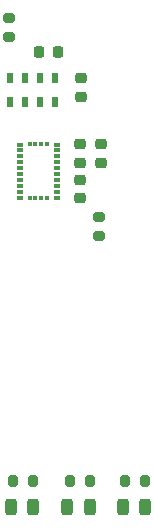
<source format=gbr>
%TF.GenerationSoftware,KiCad,Pcbnew,9.0.0*%
%TF.CreationDate,2026-01-12T14:03:56-05:00*%
%TF.ProjectId,nick_egorov_flight_computer,6e69636b-5f65-4676-9f72-6f765f666c69,rev?*%
%TF.SameCoordinates,Original*%
%TF.FileFunction,Paste,Top*%
%TF.FilePolarity,Positive*%
%FSLAX46Y46*%
G04 Gerber Fmt 4.6, Leading zero omitted, Abs format (unit mm)*
G04 Created by KiCad (PCBNEW 9.0.0) date 2026-01-12 14:03:56*
%MOMM*%
%LPD*%
G01*
G04 APERTURE LIST*
G04 Aperture macros list*
%AMRoundRect*
0 Rectangle with rounded corners*
0 $1 Rounding radius*
0 $2 $3 $4 $5 $6 $7 $8 $9 X,Y pos of 4 corners*
0 Add a 4 corners polygon primitive as box body*
4,1,4,$2,$3,$4,$5,$6,$7,$8,$9,$2,$3,0*
0 Add four circle primitives for the rounded corners*
1,1,$1+$1,$2,$3*
1,1,$1+$1,$4,$5*
1,1,$1+$1,$6,$7*
1,1,$1+$1,$8,$9*
0 Add four rect primitives between the rounded corners*
20,1,$1+$1,$2,$3,$4,$5,0*
20,1,$1+$1,$4,$5,$6,$7,0*
20,1,$1+$1,$6,$7,$8,$9,0*
20,1,$1+$1,$8,$9,$2,$3,0*%
G04 Aperture macros list end*
%ADD10RoundRect,0.225000X0.250000X-0.225000X0.250000X0.225000X-0.250000X0.225000X-0.250000X-0.225000X0*%
%ADD11RoundRect,0.200000X-0.200000X-0.275000X0.200000X-0.275000X0.200000X0.275000X-0.200000X0.275000X0*%
%ADD12RoundRect,0.243750X0.243750X0.456250X-0.243750X0.456250X-0.243750X-0.456250X0.243750X-0.456250X0*%
%ADD13R,0.525000X0.300000*%
%ADD14R,0.300000X0.425000*%
%ADD15R,0.558800X0.838200*%
%ADD16RoundRect,0.200000X-0.275000X0.200000X-0.275000X-0.200000X0.275000X-0.200000X0.275000X0.200000X0*%
%ADD17RoundRect,0.225000X-0.250000X0.225000X-0.250000X-0.225000X0.250000X-0.225000X0.250000X0.225000X0*%
%ADD18RoundRect,0.225000X0.225000X0.250000X-0.225000X0.250000X-0.225000X-0.250000X0.225000X-0.250000X0*%
G04 APERTURE END LIST*
D10*
%TO.C,C5*%
X127129581Y-103225846D03*
X127129581Y-101675846D03*
%TD*%
D11*
%TO.C,R5*%
X129200000Y-130200000D03*
X130850000Y-130200000D03*
%TD*%
D12*
%TO.C,D1*%
X126200000Y-132400000D03*
X124325000Y-132400000D03*
%TD*%
D13*
%TO.C,U2*%
X120300000Y-106200000D03*
D14*
X121112500Y-106262500D03*
X121612500Y-106262500D03*
X122112500Y-106262500D03*
X122612500Y-106262500D03*
D13*
X123425000Y-106200000D03*
X123425000Y-105700000D03*
X123425000Y-105200000D03*
X123425000Y-104700000D03*
X123425000Y-104200000D03*
X123425000Y-103700000D03*
X123425000Y-103200000D03*
X123425000Y-102700000D03*
X123425000Y-102200000D03*
X123425000Y-101700000D03*
D14*
X122612500Y-101637500D03*
X122112500Y-101637500D03*
X121612500Y-101637500D03*
X121112500Y-101637500D03*
D13*
X120300000Y-101700000D03*
X120300000Y-102200000D03*
X120300000Y-102700000D03*
X120300000Y-103200000D03*
X120300000Y-103700000D03*
X120300000Y-104200000D03*
X120300000Y-104700000D03*
X120300000Y-105200000D03*
X120300000Y-105700000D03*
%TD*%
D12*
%TO.C,D2*%
X121400000Y-132400000D03*
X119525000Y-132400000D03*
%TD*%
%TO.C,D3*%
X130875000Y-132400000D03*
X129000000Y-132400000D03*
%TD*%
D15*
%TO.C,U3*%
X123250000Y-96093400D03*
X122000000Y-96093400D03*
X120750000Y-96093400D03*
X119500000Y-96093400D03*
X119500000Y-98100000D03*
X120750000Y-98100000D03*
X122000000Y-98100000D03*
X123250000Y-98100000D03*
%TD*%
D16*
%TO.C,R1*%
X119400000Y-90950000D03*
X119400000Y-92600000D03*
%TD*%
D17*
%TO.C,C3*%
X125500000Y-96100000D03*
X125500000Y-97650000D03*
%TD*%
D16*
%TO.C,R2*%
X127000000Y-107800000D03*
X127000000Y-109450000D03*
%TD*%
D11*
%TO.C,R3*%
X124550000Y-130200000D03*
X126200000Y-130200000D03*
%TD*%
D17*
%TO.C,C2*%
X125362500Y-104700000D03*
X125362500Y-106250000D03*
%TD*%
D11*
%TO.C,R4*%
X119750000Y-130200000D03*
X121400000Y-130200000D03*
%TD*%
D17*
%TO.C,C1*%
X125362500Y-101675000D03*
X125362500Y-103225000D03*
%TD*%
D18*
%TO.C,C4*%
X123500000Y-93878300D03*
X121950000Y-93878300D03*
%TD*%
M02*

</source>
